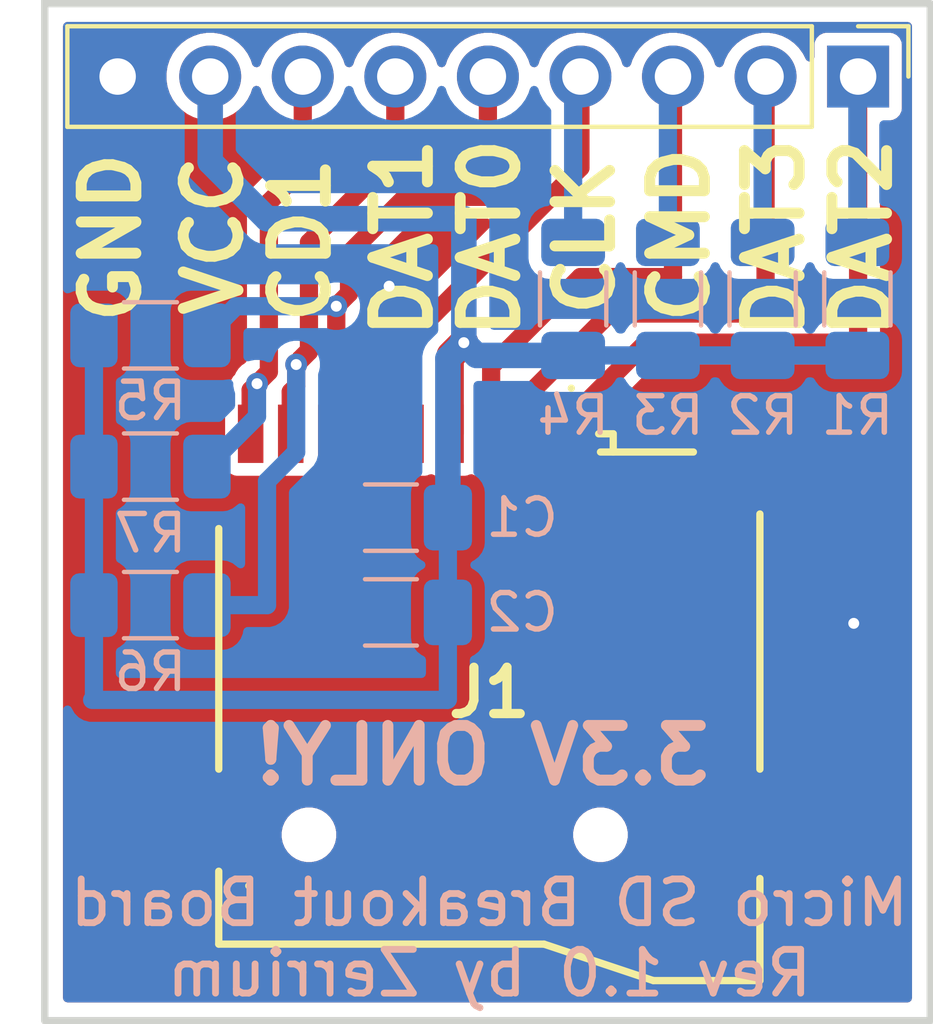
<source format=kicad_pcb>
(kicad_pcb (version 20241229) (generator "pcbnew") (generator_version "9.0")
  (title_block (title "Micro SD Card Breakout Board") (date "2025-10-16") (rev "1.0"))
  (layers (0 "F.Cu" signal) (2 "B.Cu" signal) (13 "F.Paste" user) (15 "B.Paste" user) (5 "F.SilkS" user "F.Silkscreen") (7 "B.SilkS" user "B.Silkscreen") (1 "F.Mask" user) (3 "B.Mask" user) (25 "Edge.Cuts" user))
  (net 0 "")
  (net 1 "+3V3")
  (net 2 "GND")
  (net 3 "Net-(J1-DAT0)")
  (net 4 "Net-(J1-CLK)")
  (net 5 "Net-(J1-CD{slash}DAT3)")
  (net 6 "Net-(J1-DAT2)")
  (net 7 "Net-(J1-CMD)")
  (net 8 "Net-(J1-DAT1)")
  (net 9 "Net-(J2-Pin_7)")
  (footprint "Connector_PinHeader_2.54mm:PinHeader_1x09_P2.54mm_Vertical" (layer "F.Cu") (at 172.62 73.5 -90)
    (property "Reference" "J2" (hide yes))
    (property "Value" " ")
    (fp_line (start -1.38 21.7) (end 1.38 21.7) (stroke (width 0.12)) (layer "F.SilkS"))
    (fp_line (start -1.38 1.27) (end -1.38 21.7) (stroke (width 0.12)) (layer "F.SilkS"))
    (fp_line (start -1.38 1.27) (end 1.38 1.27) (stroke (width 0.12)) (layer "F.SilkS"))
    (fp_line (start 1.38 1.27) (end 1.38 21.7) (stroke (width 0.12)) (layer "F.SilkS"))
    (fp_line (start -1.38 0) (end -1.38 -1.38) (stroke (width 0.12)) (layer "F.SilkS"))
    (fp_line (start -1.38 -1.38) (end 0 -1.38) (stroke (width 0.12)) (layer "F.SilkS"))
    (pad "1" thru_hole rect (at 0 0 270) (size 1.7 1.7) (drill 1) (layers "*.Cu" "*.Mask") (net 6 "Net-(J1-DAT2)"))
    (pad "2" thru_hole circle (at 0 2.54 270) (size 1.7 1.7) (drill 1) (layers "*.Cu" "*.Mask") (net 5 "Net-(J1-CD{slash}DAT3)"))
    (pad "3" thru_hole circle (at 0 5.08 270) (size 1.7 1.7) (drill 1) (layers "*.Cu" "*.Mask") (net 7 "Net-(J1-CMD)"))
    (pad "4" thru_hole circle (at 0 7.62 270) (size 1.7 1.7) (drill 1) (layers "*.Cu" "*.Mask") (net 4 "Net-(J1-CLK)"))
    (pad "5" thru_hole circle (at 0 10.16 270) (size 1.7 1.7) (drill 1) (layers "*.Cu" "*.Mask") (net 3 "Net-(J1-DAT0)"))
    (pad "6" thru_hole circle (at 0 12.7 270) (size 1.7 1.7) (drill 1) (layers "*.Cu" "*.Mask") (net 8 "Net-(J1-DAT1)"))
    (pad "7" thru_hole circle (at 0 15.24 270) (size 1.7 1.7) (drill 1) (layers "*.Cu" "*.Mask") (net 9 "Net-(J2-Pin_7)"))
    (pad "8" thru_hole circle (at 0 17.78 270) (size 1.7 1.7) (drill 1) (layers "*.Cu" "*.Mask") (net 1 "+3V3"))
    (pad "9" thru_hole circle (at 0 20.32 270) (size 1.7 1.7) (drill 1) (layers "*.Cu" "*.Mask") (net 2 "GND"))
  )
  (footprint "Zerrium:Micro SD Card - MSD1A" (layer "F.Cu") (at 162.5 90.4)
    (property "Reference" "J1" (at 0 0 0) (layer "F.SilkS") (effects (font (size 1.27 1.27) (thickness 0.254))))
    (property "Value" "Micro SD Card - MSD-1-A" (hide yes))
    (fp_line (start -7.425 -4.5) (end -7.425 2.1) (stroke (width 0.2)) (layer "F.SilkS"))
    (fp_line (start -7.425 4.9) (end -7.425 6.9) (stroke (width 0.2)) (layer "F.SilkS"))
    (fp_line (start -7.425 6.9) (end 1.5 6.9) (stroke (width 0.2)) (layer "F.SilkS"))
    (fp_line (start -6.6 5.3) (end -6.6 5.3) (stroke (width 0.2)) (layer "F.SilkS"))
    (fp_line (start 1.5 6.9) (end 4.5 7.9) (stroke (width 0.2)) (layer "F.SilkS"))
    (fp_line (start 2.25 -8.4) (end 2.25 -8.4) (stroke (width 0.1)) (layer "F.SilkS"))
    (fp_line (start 2.25 -8.3) (end 2.25 -8.3) (stroke (width 0.1)) (layer "F.SilkS"))
    (fp_line (start 3.05 -6.6) (end 5.6 -6.6) (stroke (width 0.2)) (layer "F.SilkS"))
    (fp_line (start 3.4 -7.1) (end 3 -7.1) (stroke (width 0.2)) (layer "F.SilkS"))
    (fp_line (start 3.4 -6.6) (end 3.4 -7.1) (stroke (width 0.2)) (layer "F.SilkS"))
    (fp_line (start 4.5 7.9) (end 7.425 7.9) (stroke (width 0.2)) (layer "F.SilkS"))
    (fp_line (start 7.425 2.1) (end 7.425 -4.9) (stroke (width 0.2)) (layer "F.SilkS"))
    (fp_line (start 7.425 7.9) (end 7.425 5.1) (stroke (width 0.2)) (layer "F.SilkS"))
    (fp_arc (start 2.25 -8.4) (mid 2.3 -8.35) (end 2.25 -8.3) (stroke (width 0.1)) (layer "F.SilkS"))
    (fp_arc (start 2.25 -8.3) (mid 2.2 -8.35) (end 2.25 -8.4) (stroke (width 0.1)) (layer "F.SilkS"))
    (pad "" np_thru_hole circle (at -4.95 3.9) (size 1 1) (drill 1) (layers "*.Cu" "*.Mask"))
    (pad "" np_thru_hole circle (at 3.05 3.9) (size 1 1) (drill 1) (layers "*.Cu" "*.Mask"))
    (pad "1" smd rect (at 2.25 -7.1) (size 0.7 1.6) (layers "F.Cu" "F.Mask" "F.Paste") (net 6 "Net-(J1-DAT2)"))
    (pad "2" smd rect (at 1.15 -7.1) (size 0.7 1.6) (layers "F.Cu" "F.Mask" "F.Paste") (net 5 "Net-(J1-CD{slash}DAT3)"))
    (pad "3" smd rect (at 0.05 -7.1) (size 0.7 1.6) (layers "F.Cu" "F.Mask" "F.Paste") (net 7 "Net-(J1-CMD)"))
    (pad "4" smd rect (at -1.05 -7.1) (size 0.7 1.6) (layers "F.Cu" "F.Mask" "F.Paste") (net 1 "+3V3"))
    (pad "5" smd rect (at -2.15 -7.1) (size 0.7 1.6) (layers "F.Cu" "F.Mask" "F.Paste") (net 4 "Net-(J1-CLK)"))
    (pad "6" smd rect (at -3.25 -7.1) (size 0.7 1.6) (layers "F.Cu" "F.Mask" "F.Paste") (net 2 "GND"))
    (pad "7" smd rect (at -4.35 -7.1) (size 0.7 1.6) (layers "F.Cu" "F.Mask" "F.Paste") (net 3 "Net-(J1-DAT0)"))
    (pad "8" smd rect (at -5.45 -7.1) (size 0.7 1.6) (layers "F.Cu" "F.Mask" "F.Paste") (net 8 "Net-(J1-DAT1)"))
    (pad "9" smd rect (at 6.85 -6.05 90) (size 1.5 1.6) (layers "F.Cu" "F.Mask" "F.Paste") (net 2 "GND"))
    (pad "10" smd rect (at -7.75 -5.8) (size 1.2 1.8) (layers "F.Cu" "F.Mask" "F.Paste") (net 2 "GND"))
    (pad "11" smd rect (at 7.75 3.5) (size 1.2 2.2) (layers "F.Cu" "F.Mask" "F.Paste") (net 2 "GND"))
    (pad "12" smd rect (at -7.75 3.5) (size 1.2 2.2) (layers "F.Cu" "F.Mask" "F.Paste") (net 2 "GND"))
    (pad "CD1" smd rect (at -6.55 -7.1) (size 0.7 1.6) (layers "F.Cu" "F.Mask" "F.Paste") (net 9 "Net-(J2-Pin_7)"))
  )
  (footprint "Capacitor_SMD:C_1206_3216Metric_Pad1.33x1.80mm_HandSolder" (layer "B.Cu") (at 159.8 88.2 180)
    (property "Reference" "C2" (at -3.6 0 0) (layer "B.SilkS") (effects (justify mirror)))
    (property "Value" "100nF")
    (fp_line (start -0.711252 0.91) (end 0.711252 0.91) (stroke (width 0.12)) (layer "B.SilkS"))
    (fp_line (start -0.711252 -0.91) (end 0.711252 -0.91) (stroke (width 0.12)) (layer "B.SilkS"))
    (pad "1" smd roundrect (at -1.5625 0 180) (size 1.325 1.8) (layers "B.Cu" "B.Mask" "B.Paste") (roundrect_rratio 0.188679) (net 1 "+3V3"))
    (pad "2" smd roundrect (at 1.5625 0 180) (size 1.325 1.8) (layers "B.Cu" "B.Mask" "B.Paste") (roundrect_rratio 0.188679) (net 2 "GND"))
  )
  (footprint "Resistor_SMD:R_1206_3216Metric_Pad1.30x1.75mm_HandSolder" (layer "B.Cu") (at 167.4 79.6 90)
    (property "Reference" "R3" (at -3.2 0 180) (layer "B.SilkS") (effects (justify mirror)))
    (property "Value" "47k")
    (fp_line (start -0.727064 -0.91) (end 0.727064 -0.91) (stroke (width 0.12)) (layer "B.SilkS"))
    (fp_line (start -0.727064 0.91) (end 0.727064 0.91) (stroke (width 0.12)) (layer "B.SilkS"))
    (pad "1" smd roundrect (at -1.55 0 90) (size 1.3 1.75) (layers "B.Cu" "B.Mask" "B.Paste") (roundrect_rratio 0.192308) (net 1 "+3V3"))
    (pad "2" smd roundrect (at 1.55 0 90) (size 1.3 1.75) (layers "B.Cu" "B.Mask" "B.Paste") (roundrect_rratio 0.192308) (net 7 "Net-(J1-CMD)"))
  )
  (footprint "Resistor_SMD:R_1206_3216Metric_Pad1.30x1.75mm_HandSolder" (layer "B.Cu") (at 153.2 88)
    (property "Reference" "R6" (at 0 1.83 0) (layer "B.SilkS") (effects (justify mirror)))
    (property "Value" "47k")
    (fp_line (start -0.727064 -0.91) (end 0.727064 -0.91) (stroke (width 0.12)) (layer "B.SilkS"))
    (fp_line (start -0.727064 0.91) (end 0.727064 0.91) (stroke (width 0.12)) (layer "B.SilkS"))
    (pad "1" smd roundrect (at -1.55 0) (size 1.3 1.75) (layers "B.Cu" "B.Mask" "B.Paste") (roundrect_rratio 0.192308) (net 1 "+3V3"))
    (pad "2" smd roundrect (at 1.55 0) (size 1.3 1.75) (layers "B.Cu" "B.Mask" "B.Paste") (roundrect_rratio 0.192308) (net 8 "Net-(J1-DAT1)"))
  )
  (footprint "Resistor_SMD:R_1206_3216Metric_Pad1.30x1.75mm_HandSolder" (layer "B.Cu") (at 164.8 79.6 90)
    (property "Reference" "R4" (at -3.2 0 0) (layer "B.SilkS") (effects (justify mirror)))
    (property "Value" "47k")
    (fp_line (start -0.727064 -0.91) (end 0.727064 -0.91) (stroke (width 0.12)) (layer "B.SilkS"))
    (fp_line (start -0.727064 0.91) (end 0.727064 0.91) (stroke (width 0.12)) (layer "B.SilkS"))
    (pad "1" smd roundrect (at -1.55 0 90) (size 1.3 1.75) (layers "B.Cu" "B.Mask" "B.Paste") (roundrect_rratio 0.192308) (net 1 "+3V3"))
    (pad "2" smd roundrect (at 1.55 0 90) (size 1.3 1.75) (layers "B.Cu" "B.Mask" "B.Paste") (roundrect_rratio 0.192308) (net 4 "Net-(J1-CLK)"))
  )
  (footprint "Resistor_SMD:R_1206_3216Metric_Pad1.30x1.75mm_HandSolder" (layer "B.Cu") (at 153.2 80.6)
    (property "Reference" "R5" (at 0 1.8 0) (layer "B.SilkS") (effects (justify mirror)))
    (property "Value" "47k")
    (fp_line (start -0.727064 -0.91) (end 0.727064 -0.91) (stroke (width 0.12)) (layer "B.SilkS"))
    (fp_line (start -0.727064 0.91) (end 0.727064 0.91) (stroke (width 0.12)) (layer "B.SilkS"))
    (pad "1" smd roundrect (at -1.55 0) (size 1.3 1.75) (layers "B.Cu" "B.Mask" "B.Paste") (roundrect_rratio 0.192308) (net 1 "+3V3"))
    (pad "2" smd roundrect (at 1.55 0) (size 1.3 1.75) (layers "B.Cu" "B.Mask" "B.Paste") (roundrect_rratio 0.192308) (net 3 "Net-(J1-DAT0)"))
  )
  (footprint "Capacitor_SMD:C_1206_3216Metric_Pad1.33x1.80mm_HandSolder" (layer "B.Cu") (at 159.8 85.6 180)
    (property "Reference" "C1" (at -3.6 0 0) (layer "B.SilkS") (effects (justify mirror)))
    (property "Value" "10uF")
    (fp_line (start -0.711252 0.91) (end 0.711252 0.91) (stroke (width 0.12)) (layer "B.SilkS"))
    (fp_line (start -0.711252 -0.91) (end 0.711252 -0.91) (stroke (width 0.12)) (layer "B.SilkS"))
    (pad "1" smd roundrect (at -1.5625 0 180) (size 1.325 1.8) (layers "B.Cu" "B.Mask" "B.Paste") (roundrect_rratio 0.188679) (net 1 "+3V3"))
    (pad "2" smd roundrect (at 1.5625 0 180) (size 1.325 1.8) (layers "B.Cu" "B.Mask" "B.Paste") (roundrect_rratio 0.188679) (net 2 "GND"))
  )
  (footprint "Resistor_SMD:R_1206_3216Metric_Pad1.30x1.75mm_HandSolder" (layer "B.Cu") (at 170 79.6 90)
    (property "Reference" "R2" (at -3.2 0 180) (layer "B.SilkS") (effects (justify mirror)))
    (property "Value" "47k")
    (fp_line (start -0.727064 -0.91) (end 0.727064 -0.91) (stroke (width 0.12)) (layer "B.SilkS"))
    (fp_line (start -0.727064 0.91) (end 0.727064 0.91) (stroke (width 0.12)) (layer "B.SilkS"))
    (pad "1" smd roundrect (at -1.55 0 90) (size 1.3 1.75) (layers "B.Cu" "B.Mask" "B.Paste") (roundrect_rratio 0.192308) (net 1 "+3V3"))
    (pad "2" smd roundrect (at 1.55 0 90) (size 1.3 1.75) (layers "B.Cu" "B.Mask" "B.Paste") (roundrect_rratio 0.192308) (net 5 "Net-(J1-CD{slash}DAT3)"))
  )
  (footprint "Resistor_SMD:R_1206_3216Metric_Pad1.30x1.75mm_HandSolder" (layer "B.Cu") (at 172.6 79.6 90)
    (property "Reference" "R1" (at -3.2 0 0) (layer "B.SilkS") (effects (justify mirror)))
    (property "Value" "47k")
    (fp_line (start -0.727064 -0.91) (end 0.727064 -0.91) (stroke (width 0.12)) (layer "B.SilkS"))
    (fp_line (start -0.727064 0.91) (end 0.727064 0.91) (stroke (width 0.12)) (layer "B.SilkS"))
    (pad "1" smd roundrect (at -1.55 0 90) (size 1.3 1.75) (layers "B.Cu" "B.Mask" "B.Paste") (roundrect_rratio 0.192308) (net 1 "+3V3"))
    (pad "2" smd roundrect (at 1.55 0 90) (size 1.3 1.75) (layers "B.Cu" "B.Mask" "B.Paste") (roundrect_rratio 0.192308) (net 6 "Net-(J1-DAT2)"))
  )
  (footprint "Resistor_SMD:R_1206_3216Metric_Pad1.30x1.75mm_HandSolder" (layer "B.Cu") (at 153.2 84.2)
    (property "Reference" "R7" (at 0 1.83 0) (layer "B.SilkS") (effects (justify mirror)))
    (property "Value" "47k")
    (fp_line (start -0.727064 -0.91) (end 0.727064 -0.91) (stroke (width 0.12)) (layer "B.SilkS"))
    (fp_line (start -0.727064 0.91) (end 0.727064 0.91) (stroke (width 0.12)) (layer "B.SilkS"))
    (pad "1" smd roundrect (at -1.55 0) (size 1.3 1.75) (layers "B.Cu" "B.Mask" "B.Paste") (roundrect_rratio 0.192308) (net 1 "+3V3"))
    (pad "2" smd roundrect (at 1.55 0) (size 1.3 1.75) (layers "B.Cu" "B.Mask" "B.Paste") (roundrect_rratio 0.192308) (net 9 "Net-(J2-Pin_7)"))
  )
  (gr_rect (start 150.3 71.5) (end 174.6 99.4) (stroke (width 0.2)) (fill no) (layer "Edge.Cuts"))
  (gr_text "DAT0" (at 163.4 80.8 90) (layer "F.SilkS") (effects (font (size 1.5 1.5) (thickness 0.3) (bold yes)) (justify left bottom)))
  (gr_text "GND" (at 153 80.4 90) (layer "F.SilkS") (effects (font (size 1.5 1.5) (thickness 0.3) (bold yes)) (justify left bottom)))
  (gr_text "DAT3" (at 171.2 80.8 90) (layer "F.SilkS") (effects (font (size 1.5 1.5) (thickness 0.3) (bold yes)) (justify left bottom)))
  (gr_text "CLK" (at 166 80.2 90) (layer "F.SilkS") (effects (font (size 1.5 1.5) (thickness 0.3) (bold yes)) (justify left bottom)))
  (gr_text "DAT2" (at 173.6 80.8 90) (layer "F.SilkS") (effects (font (size 1.5 1.5) (thickness 0.3) (bold yes)) (justify left bottom)))
  (gr_text "VCC" (at 155.8 80.2 90) (layer "F.SilkS") (effects (font (size 1.5 1.5) (thickness 0.3) (bold yes)) (justify left bottom)))
  (gr_text "CD1" (at 158.2 80.4 90) (layer "F.SilkS") (effects (font (size 1.5 1.5) (thickness 0.3) (bold yes)) (justify left bottom)))
  (gr_text "DAT1" (at 161 80.8 90) (layer "F.SilkS") (effects (font (size 1.5 1.5) (thickness 0.3) (bold yes)) (justify left bottom)))
  (gr_text "CMD" (at 168.6 80.4 90) (layer "F.SilkS") (effects (font (size 1.5 1.5) (thickness 0.3) (bold yes)) (justify left bottom)))
  (gr_text "3.3V ONLY!" (at 168.7 93 0) (layer "B.SilkS") (effects (font (size 1.5 1.5) (thickness 0.3) (bold yes)) (justify left bottom mirror)))
  (gr_text "Micro SD Breakout Board\nRev 1.0 by Zerrium" (at 162.5 98.8 0) (layer "B.SilkS") (effects (font (size 1.2 1.2) (thickness 0.1875)) (justify bottom mirror)))
  (segment (start 161.45 81.15) (end 161.8 80.8) (width 0.8) (layer "F.Cu") (net 1))
  (segment (start 161.95 80.95) (end 161.8 80.8) (width 0.2) (layer "F.Cu") (net 1))
  (segment (start 161.45 83.3) (end 161.45 81.15) (width 0.7) (layer "F.Cu") (net 1))
  (via (at 161.8 80.8) (size 0.8) (drill 0.3) (layers "F.Cu" "B.Cu") (net 1))
  (segment (start 151.65 88) (end 151.65 90.55) (width 0.5) (layer "B.Cu") (net 1))
  (segment (start 164.8 81.15) (end 162.15 81.15) (width 0.7) (layer "B.Cu") (net 1))
  (segment (start 161.3625 90.5875) (end 161.35 90.6) (width 0.5) (layer "B.Cu") (net 1))
  (segment (start 167.4 81.15) (end 164.8 81.15) (width 0.5) (layer "B.Cu") (net 1))
  (segment (start 151.65 84.2) (end 151.65 88) (width 0.5) (layer "B.Cu") (net 1))
  (segment (start 162.15 81.15) (end 161.8 80.8) (width 0.7) (layer "B.Cu") (net 1))
  (segment (start 161.3625 85.6) (end 161.3625 81.2375) (width 0.7) (layer "B.Cu") (net 1))
  (segment (start 154.84 75.84) (end 156.4 77.4) (width 0.7) (layer "B.Cu") (net 1))
  (segment (start 170 81.15) (end 167.4 81.15) (width 0.5) (layer "B.Cu") (net 1))
  (segment (start 161.8 77.4) (end 161.8 80.8) (width 0.7) (layer "B.Cu") (net 1))
  (segment (start 151.65 80.6) (end 151.65 84.2) (width 0.5) (layer "B.Cu") (net 1))
  (segment (start 161.3625 81.2375) (end 161.8 80.8) (width 0.7) (layer "B.Cu") (net 1))
  (segment (start 151.6 90.6) (end 161.35 90.6) (width 0.5) (layer "B.Cu") (net 1))
  (segment (start 161.3625 88.2) (end 161.3625 90.5875) (width 0.5) (layer "B.Cu") (net 1))
  (segment (start 161.3625 88.2) (end 161.3625 85.6) (width 0.5) (layer "B.Cu") (net 1))
  (segment (start 156.4 77.4) (end 161.8 77.4) (width 0.7) (layer "B.Cu") (net 1))
  (segment (start 154.84 73.5) (end 154.84 75.84) (width 0.7) (layer "B.Cu") (net 1))
  (segment (start 151.65 90.55) (end 151.6 90.6) (width 0.2) (layer "B.Cu") (net 1))
  (segment (start 172.6 81.15) (end 170 81.15) (width 0.5) (layer "B.Cu") (net 1))
  (segment (start 154.75 89) (end 154.75 93.9) (width 0.7) (layer "F.Cu") (net 2))
  (segment (start 154.75 89) (end 169.4 89) (width 0.7) (layer "F.Cu") (net 2))
  (segment (start 170.25 89.85) (end 170.25 93.9) (width 0.7) (layer "F.Cu") (net 2))
  (segment (start 169.4 88.6) (end 169.35 88.55) (width 0.7) (layer "F.Cu") (net 2))
  (segment (start 154.75 79.75) (end 154.75 84.6) (width 0.7) (layer "F.Cu") (net 2))
  (segment (start 152.3 73.5) (end 152.3 77.3) (width 0.7) (layer "F.Cu") (net 2))
  (segment (start 169.4 89) (end 170.25 89.85) (width 0.7) (layer "F.Cu") (net 2))
  (segment (start 152.3 77.3) (end 154.75 79.75) (width 0.7) (layer "F.Cu") (net 2))
  (segment (start 159.25 80.55) (end 159.75 80.05) (width 0.7) (layer "F.Cu") (net 2))
  (segment (start 154.75 84.6) (end 154.75 89) (width 0.7) (layer "F.Cu") (net 2))
  (segment (start 159.75 80.05) (end 159.75 79.25) (width 0.7) (layer "F.Cu") (net 2))
  (segment (start 169.4 89) (end 169.4 88.6) (width 0.7) (layer "F.Cu") (net 2))
  (segment (start 169.35 88.55) (end 169.35 84.35) (width 0.7) (layer "F.Cu") (net 2))
  (segment (start 159.25 83.3) (end 159.25 80.55) (width 0.7) (layer "F.Cu") (net 2))
  (via (at 159.75 79.25) (size 0.8) (drill 0.3) (layers "F.Cu" "B.Cu") (net 2))
  (via (at 172.5 88.5) (size 0.8) (drill 0.3) (layers "F.Cu" "B.Cu") (net 2))
  (segment (start 159.75 79.25) (end 159.1 78.6) (width 0.7) (layer "B.Cu") (net 2))
  (segment (start 158.2375 88.2) (end 158.2375 85.6) (width 0.5) (layer "B.Cu") (net 2))
  (segment (start 152.4 78.6) (end 152.3 78.5) (width 0.7) (layer "B.Cu") (net 2))
  (segment (start 159.8 79.3) (end 159.8 83.2) (width 0.7) (layer "B.Cu") (net 2))
  (segment (start 159.8 83.2) (end 158.2375 84.7625) (width 0.7) (layer "B.Cu") (net 2))
  (segment (start 159.1 78.6) (end 152.4 78.6) (width 0.7) (layer "B.Cu") (net 2))
  (segment (start 158.2375 84.7625) (end 158.2375 85.6) (width 0.2) (layer "B.Cu") (net 2))
  (segment (start 159.75 79.25) (end 159.8 79.3) (width 0.2) (layer "B.Cu") (net 2))
  (segment (start 152.3 78.5) (end 152.3 73.5) (width 0.7) (layer "B.Cu") (net 2))
  (segment (start 158.15 81.75) (end 158.3 81.6) (width 0.5) (layer "F.Cu") (net 3))
  (segment (start 158.65 78.35) (end 160.2 76.8) (width 0.5) (layer "F.Cu") (net 3))
  (segment (start 160.2 76.8) (end 162.45 76.8) (width 0.5) (layer "F.Cu") (net 3))
  (segment (start 158.15 83.3) (end 158.15 81.75) (width 0.5) (layer "F.Cu") (net 3))
  (segment (start 158.65 79.45) (end 158.65 78.35) (width 0.5) (layer "F.Cu") (net 3))
  (segment (start 162.46 76.79) (end 162.45 76.8) (width 0.2) (layer "F.Cu") (net 3))
  (segment (start 162.46 73.5) (end 162.46 76.79) (width 0.5) (layer "F.Cu") (net 3))
  (segment (start 158.3 79.8) (end 158.65 79.45) (width 0.5) (layer "F.Cu") (net 3))
  (segment (start 158.3 81.6) (end 158.3 79.8) (width 0.5) (layer "F.Cu") (net 3))
  (via (at 158.3 79.8) (size 0.6) (drill 0.3) (layers "F.Cu" "B.Cu") (net 3))
  (segment (start 155.55 79.8) (end 154.75 80.6) (width 0.5) (layer "B.Cu") (net 3))
  (segment (start 158.3 79.8) (end 155.55 79.8) (width 0.5) (layer "B.Cu") (net 3))
  (segment (start 165 73.5) (end 165 76) (width 0.5) (layer "F.Cu") (net 4))
  (segment (start 160.35 83.3) (end 160.35 80.65) (width 0.5) (layer "F.Cu") (net 4))
  (segment (start 160.85 80.15) (end 161 80) (width 0.5) (layer "F.Cu") (net 4))
  (segment (start 165 76) (end 161 80) (width 0.5) (layer "F.Cu") (net 4))
  (segment (start 160.35 80.65) (end 160.85 80.15) (width 0.5) (layer "F.Cu") (net 4))
  (segment (start 164.8 78.05) (end 164.8 73.7) (width 0.5) (layer "B.Cu") (net 4))
  (segment (start 164.8 73.7) (end 165 73.5) (width 0.2) (layer "B.Cu") (net 4))
  (segment (start 170.08 73.5) (end 170.08 79.92) (width 0.5) (layer "F.Cu") (net 5))
  (segment (start 165.8 80) (end 166.2 80) (width 0.5) (layer "F.Cu") (net 5))
  (segment (start 163.65 82.15) (end 165.8 80) (width 0.5) (layer "F.Cu") (net 5))
  (segment (start 170.08 79.92) (end 170 80) (width 0.2) (layer "F.Cu") (net 5))
  (segment (start 163.65 83.3) (end 163.65 82.15) (width 0.5) (layer "F.Cu") (net 5))
  (segment (start 170 80) (end 166.2 80) (width 0.5) (layer "F.Cu") (net 5))
  (segment (start 170 78.05) (end 170 73.58) (width 0.5) (layer "B.Cu") (net 5))
  (segment (start 170 73.58) (end 170.08 73.5) (width 0.2) (layer "B.Cu") (net 5))
  (segment (start 164.75 82.85) (end 166.8 80.8) (width 0.5) (layer "F.Cu") (net 6))
  (segment (start 166.8 80.8) (end 172.6 80.8) (width 0.5) (layer "F.Cu") (net 6))
  (segment (start 172.62 80.78) (end 172.62 73.5) (width 0.5) (layer "F.Cu") (net 6))
  (segment (start 172.6 80.8) (end 172.62 80.78) (width 0.2) (layer "F.Cu") (net 6))
  (segment (start 164.75 83.3) (end 164.75 82.85) (width 0.5) (layer "F.Cu") (net 6))
  (segment (start 172.6 78.05) (end 172.6 73.52) (width 0.5) (layer "B.Cu") (net 6))
  (segment (start 172.6 73.52) (end 172.62 73.5) (width 0.2) (layer "B.Cu") (net 6))
  (segment (start 165 79) (end 163.05 80.95) (width 0.5) (layer "F.Cu") (net 7))
  (segment (start 162.55 83.3) (end 162.55 81.45) (width 0.5) (layer "F.Cu") (net 7))
  (segment (start 162.55 81.45) (end 163.05 80.95) (width 0.5) (layer "F.Cu") (net 7))
  (segment (start 167.54 79) (end 165 79) (width 0.5) (layer "F.Cu") (net 7))
  (segment (start 167.54 73.5) (end 167.54 79) (width 0.5) (layer "F.Cu") (net 7))
  (segment (start 167.4 78.05) (end 167.4 73.64) (width 0.5) (layer "B.Cu") (net 7))
  (segment (start 167.4 73.64) (end 167.54 73.5) (width 0.2) (layer "B.Cu") (net 7))
  (segment (start 159.92 75.68) (end 159.92 73.5) (width 0.5) (layer "F.Cu") (net 8))
  (segment (start 157.2 82) (end 157.2 81.4) (width 0.5) (layer "F.Cu") (net 8))
  (segment (start 157.2 81.15) (end 157.2 81.4) (width 0.2) (layer "F.Cu") (net 8))
  (segment (start 157.05 82.15) (end 157.2 82) (width 0.5) (layer "F.Cu") (net 8))
  (segment (start 157.55 78.05) (end 159.92 75.68) (width 0.5) (layer "F.Cu") (net 8))
  (segment (start 157.5 80.85) (end 157.2 81.15) (width 0.2) (layer "F.Cu") (net 8))
  (segment (start 157.05 83.3) (end 157.05 82.15) (width 0.5) (layer "F.Cu") (net 8))
  (segment (start 157.2 81.4) (end 157.55 81.05) (width 0.5) (layer "F.Cu") (net 8))
  (segment (start 157.55 81.05) (end 157.55 78.05) (width 0.5) (layer "F.Cu") (net 8))
  (via (at 157.2 81.4) (size 0.6) (drill 0.3) (layers "F.Cu" "B.Cu") (net 8))
  (segment (start 156.4 88) (end 154.75 88) (width 0.5) (layer "B.Cu") (net 8))
  (segment (start 157.2 81.4) (end 157.2 83.8) (width 0.5) (layer "B.Cu") (net 8))
  (segment (start 156.4 84.6) (end 156.4 88) (width 0.5) (layer "B.Cu") (net 8))
  (segment (start 157.2 83.8) (end 156.4 84.6) (width 0.5) (layer "B.Cu") (net 8))
  (segment (start 156.125 81.925) (end 156.45 81.6) (width 0.5) (layer "F.Cu") (net 9))
  (segment (start 157.38 75.98) (end 157.38 73.5) (width 0.5) (layer "F.Cu") (net 9))
  (segment (start 156.45 76.95) (end 157.4 76) (width 0.5) (layer "F.Cu") (net 9))
  (segment (start 156.125 81.925) (end 155.95 82.1) (width 0.5) (layer "F.Cu") (net 9))
  (segment (start 157.4 76) (end 157.38 75.98) (width 0.2) (layer "F.Cu") (net 9))
  (segment (start 156.45 81.6) (end 156.45 76.95) (width 0.5) (layer "F.Cu") (net 9))
  (segment (start 155.95 82.1) (end 155.95 83.3) (width 0.5) (layer "F.Cu") (net 9))
  (via (at 156.125 81.925) (size 0.6) (drill 0.3) (layers "F.Cu" "B.Cu") (net 9))
  (segment (start 156.125 81.925) (end 156.125 82.825) (width 0.5) (layer "B.Cu") (net 9))
  (segment (start 156.125 82.825) (end 154.75 84.2) (width 0.5) (layer "B.Cu") (net 9))
  (zone (net 2) (net_name "GND") (layers "F.Cu" "B.Cu") (connect_pads yes (clearance 0.35)) (min_thickness 0.25) (fill yes (thermal_gap 0.5) (thermal_bridge_width 0.5) (smoothing fillet))
    (polygon (pts (xy 150.4 71.6) (xy 150.4 99.3) (xy 174.5 99.3) (xy 174.5 71.6)))
  )
)
</source>
